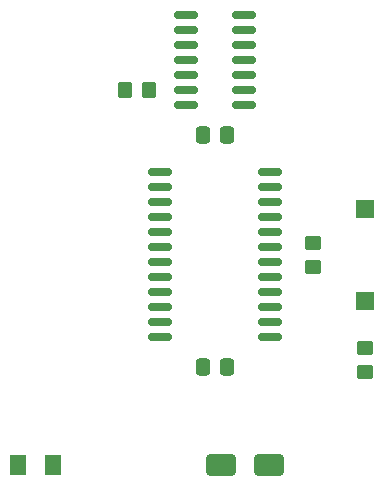
<source format=gbp>
G04 #@! TF.GenerationSoftware,KiCad,Pcbnew,9.0.2*
G04 #@! TF.CreationDate,2025-06-10T21:22:11+02:00*
G04 #@! TF.ProjectId,n-teller,6e2d7465-6c6c-4657-922e-6b696361645f,1.0*
G04 #@! TF.SameCoordinates,Original*
G04 #@! TF.FileFunction,Paste,Bot*
G04 #@! TF.FilePolarity,Positive*
%FSLAX46Y46*%
G04 Gerber Fmt 4.6, Leading zero omitted, Abs format (unit mm)*
G04 Created by KiCad (PCBNEW 9.0.2) date 2025-06-10 21:22:11*
%MOMM*%
%LPD*%
G01*
G04 APERTURE LIST*
G04 Aperture macros list*
%AMRoundRect*
0 Rectangle with rounded corners*
0 $1 Rounding radius*
0 $2 $3 $4 $5 $6 $7 $8 $9 X,Y pos of 4 corners*
0 Add a 4 corners polygon primitive as box body*
4,1,4,$2,$3,$4,$5,$6,$7,$8,$9,$2,$3,0*
0 Add four circle primitives for the rounded corners*
1,1,$1+$1,$2,$3*
1,1,$1+$1,$4,$5*
1,1,$1+$1,$6,$7*
1,1,$1+$1,$8,$9*
0 Add four rect primitives between the rounded corners*
20,1,$1+$1,$2,$3,$4,$5,0*
20,1,$1+$1,$4,$5,$6,$7,0*
20,1,$1+$1,$6,$7,$8,$9,0*
20,1,$1+$1,$8,$9,$2,$3,0*%
G04 Aperture macros list end*
%ADD10RoundRect,0.250000X0.350000X0.450000X-0.350000X0.450000X-0.350000X-0.450000X0.350000X-0.450000X0*%
%ADD11RoundRect,0.250000X-1.000000X-0.650000X1.000000X-0.650000X1.000000X0.650000X-1.000000X0.650000X0*%
%ADD12RoundRect,0.250000X0.450000X-0.350000X0.450000X0.350000X-0.450000X0.350000X-0.450000X-0.350000X0*%
%ADD13RoundRect,0.250000X-0.450000X0.350000X-0.450000X-0.350000X0.450000X-0.350000X0.450000X0.350000X0*%
%ADD14RoundRect,0.250000X0.337500X0.475000X-0.337500X0.475000X-0.337500X-0.475000X0.337500X-0.475000X0*%
%ADD15RoundRect,0.150000X-0.875000X-0.150000X0.875000X-0.150000X0.875000X0.150000X-0.875000X0.150000X0*%
%ADD16R,1.500000X1.500000*%
%ADD17RoundRect,0.150000X-0.825000X-0.150000X0.825000X-0.150000X0.825000X0.150000X-0.825000X0.150000X0*%
%ADD18RoundRect,0.250001X-0.462499X-0.624999X0.462499X-0.624999X0.462499X0.624999X-0.462499X0.624999X0*%
G04 APERTURE END LIST*
D10*
X99060000Y-34290000D03*
X101060000Y-34290000D03*
D11*
X107220000Y-66040000D03*
X111220000Y-66040000D03*
D12*
X114935000Y-49260000D03*
X114935000Y-47260000D03*
D13*
X119380000Y-56150000D03*
X119380000Y-58150000D03*
D14*
X107717500Y-57785000D03*
X105642500Y-57785000D03*
X107717500Y-38100000D03*
X105642500Y-38100000D03*
D15*
X102030000Y-55245000D03*
X102030000Y-53975000D03*
X102030000Y-52705000D03*
X102030000Y-51435000D03*
X102030000Y-50165000D03*
X102030000Y-48895000D03*
X102030000Y-47625000D03*
X102030000Y-46355000D03*
X102030000Y-45085000D03*
X102030000Y-43815000D03*
X102030000Y-42545000D03*
X102030000Y-41275000D03*
X111330000Y-41275000D03*
X111330000Y-42545000D03*
X111330000Y-43815000D03*
X111330000Y-45085000D03*
X111330000Y-46355000D03*
X111330000Y-47625000D03*
X111330000Y-48895000D03*
X111330000Y-50165000D03*
X111330000Y-51435000D03*
X111330000Y-52705000D03*
X111330000Y-53975000D03*
X111330000Y-55245000D03*
D16*
X119380000Y-44360000D03*
X119380000Y-52160000D03*
D17*
X104205000Y-35560000D03*
X104205000Y-34290000D03*
X104205000Y-33020000D03*
X104205000Y-31750000D03*
X104205000Y-30480000D03*
X104205000Y-29210000D03*
X104205000Y-27940000D03*
X109155000Y-27940000D03*
X109155000Y-29210000D03*
X109155000Y-30480000D03*
X109155000Y-31750000D03*
X109155000Y-33020000D03*
X109155000Y-34290000D03*
X109155000Y-35560000D03*
D18*
X89952500Y-66040000D03*
X92927500Y-66040000D03*
M02*

</source>
